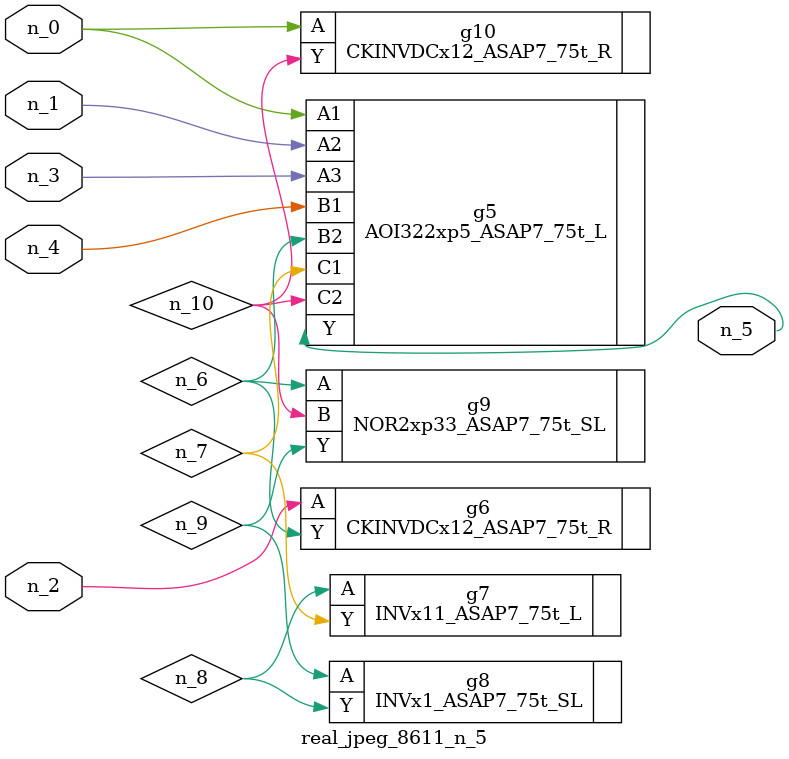
<source format=v>
module real_jpeg_8611_n_5 (n_4, n_0, n_1, n_2, n_3, n_5);

input n_4;
input n_0;
input n_1;
input n_2;
input n_3;

output n_5;

wire n_8;
wire n_6;
wire n_7;
wire n_10;
wire n_9;

AOI322xp5_ASAP7_75t_L g5 ( 
.A1(n_0),
.A2(n_1),
.A3(n_3),
.B1(n_4),
.B2(n_6),
.C1(n_7),
.C2(n_10),
.Y(n_5)
);

CKINVDCx12_ASAP7_75t_R g10 ( 
.A(n_0),
.Y(n_10)
);

CKINVDCx12_ASAP7_75t_R g6 ( 
.A(n_2),
.Y(n_6)
);

NOR2xp33_ASAP7_75t_SL g9 ( 
.A(n_6),
.B(n_10),
.Y(n_9)
);

INVx11_ASAP7_75t_L g7 ( 
.A(n_8),
.Y(n_7)
);

INVx1_ASAP7_75t_SL g8 ( 
.A(n_9),
.Y(n_8)
);


endmodule
</source>
